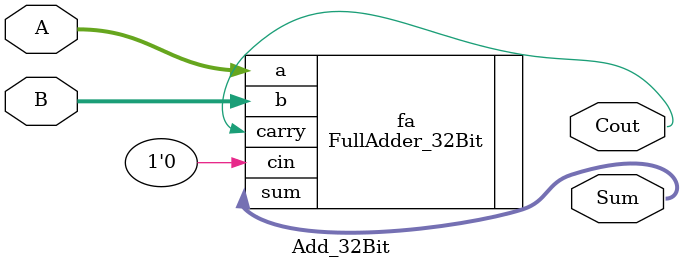
<source format=v>
module Add_32Bit(input [31:0] A, input [31:0] B, output [31:0] Sum, output Cout);

    FullAdder_32Bit fa(
        .a(A),
        .b(B),
        .cin(1'b0),
        .sum(Sum),
        .carry(Cout)
        );

endmodule
</source>
